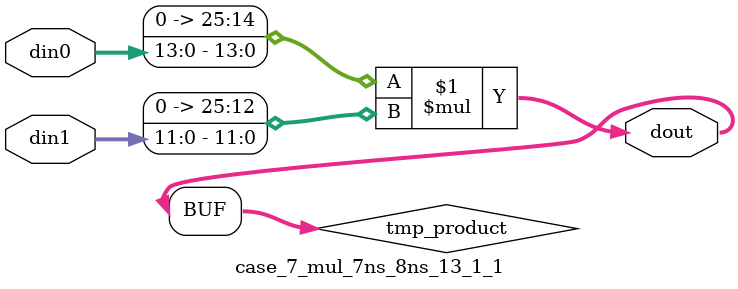
<source format=v>

`timescale 1 ns / 1 ps

 (* use_dsp = "no" *)  module case_7_mul_7ns_8ns_13_1_1(din0, din1, dout);
parameter ID = 1;
parameter NUM_STAGE = 0;
parameter din0_WIDTH = 14;
parameter din1_WIDTH = 12;
parameter dout_WIDTH = 26;

input [din0_WIDTH - 1 : 0] din0; 
input [din1_WIDTH - 1 : 0] din1; 
output [dout_WIDTH - 1 : 0] dout;

wire signed [dout_WIDTH - 1 : 0] tmp_product;
























assign tmp_product = $signed({1'b0, din0}) * $signed({1'b0, din1});











assign dout = tmp_product;





















endmodule

</source>
